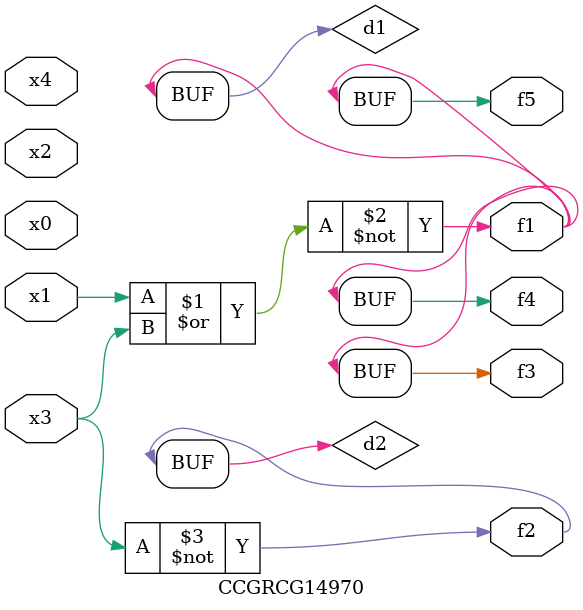
<source format=v>
module CCGRCG14970(
	input x0, x1, x2, x3, x4,
	output f1, f2, f3, f4, f5
);

	wire d1, d2;

	nor (d1, x1, x3);
	not (d2, x3);
	assign f1 = d1;
	assign f2 = d2;
	assign f3 = d1;
	assign f4 = d1;
	assign f5 = d1;
endmodule

</source>
